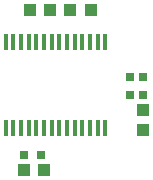
<source format=gtp>
G75*
%MOIN*%
%OFA0B0*%
%FSLAX24Y24*%
%IPPOS*%
%LPD*%
%AMOC8*
5,1,8,0,0,1.08239X$1,22.5*
%
%ADD10R,0.0433X0.0394*%
%ADD11R,0.0394X0.0433*%
%ADD12R,0.0315X0.0315*%
%ADD13R,0.0137X0.0550*%
D10*
X005054Y000690D03*
X005723Y000690D03*
X005938Y006006D03*
X006616Y006002D03*
X007285Y006002D03*
X005268Y006006D03*
D11*
X009048Y002670D03*
X009048Y002001D03*
D12*
X009048Y003181D03*
X008616Y003181D03*
X008616Y003772D03*
X009048Y003772D03*
X005642Y001174D03*
X005052Y001174D03*
D13*
X004457Y002081D03*
X004713Y002081D03*
X004968Y002081D03*
X005224Y002081D03*
X005480Y002081D03*
X005736Y002081D03*
X005992Y002081D03*
X006248Y002081D03*
X006504Y002081D03*
X006760Y002081D03*
X007016Y002081D03*
X007272Y002081D03*
X007527Y002081D03*
X007783Y002081D03*
X007783Y004959D03*
X007527Y004959D03*
X007272Y004959D03*
X007016Y004959D03*
X006760Y004959D03*
X006504Y004959D03*
X006248Y004959D03*
X005992Y004959D03*
X005736Y004959D03*
X005480Y004959D03*
X005224Y004959D03*
X004968Y004959D03*
X004713Y004959D03*
X004457Y004959D03*
M02*

</source>
